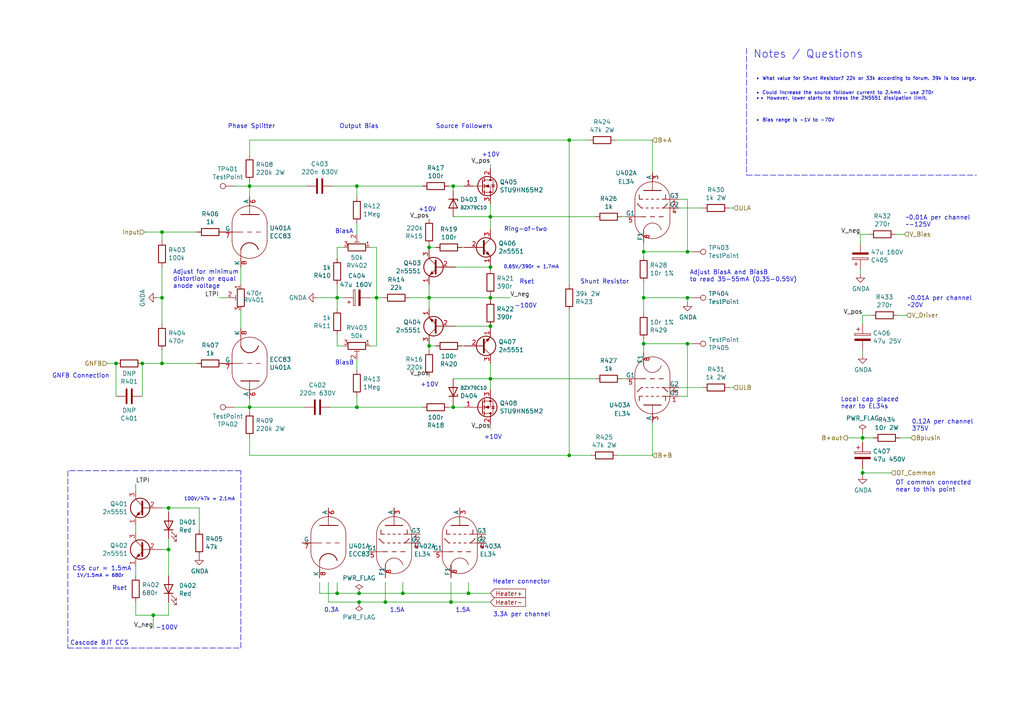
<source format=kicad_sch>
(kicad_sch (version 20211123) (generator eeschema)
  (paper "A4")
  (title_block (title "Baby Huey - \"Engineer's Version\" - Channel"))
  (lib_symbols
    (symbol "BabyHuey_TC:EL34" (pin_names (offset 0))
      (property "Reference" "U" (at 5.08 8.89 0))
      (property "Value" "EL34" (at 6.35 -7.62 0))
      (symbol "EL34_0_0"
        (pin no_connect line (at 7.62 -3.81 180) (length 2.54) hide (name "NC") (number "6"))
      )
      (symbol "EL34_0_1"
        (arc (start -5.08 -2.54) (mid 0 -7.62) (end 5.08 -2.54))
        (polyline (pts (xy -5.08 3.81) (xy -5.08 -2.54) (xy -5.08 -2.54)))
        (polyline (pts (xy 5.08 3.81) (xy 5.08 -2.54) (xy 5.08 -2.54)))
        (arc (start 5.08 3.81) (mid 0 8.89) (end -5.08 3.81))
      )
      (symbol "EL34_1_0"
        (polyline (pts (xy -2.54 -5.08) (xy -2.54 -7.62)))
      )
      (symbol "EL34_1_1"
        (polyline (pts (xy -5.08 -1.27) (xy -3.175 -1.27)))
        (polyline (pts (xy -4.445 2.54) (xy -3.175 1.27)) (stroke (width 0.2032)))
        (polyline (pts (xy -3.81 3.81) (xy -2.794 3.81)) (stroke (width 0.2032)))
        (polyline (pts (xy -3.81 5.08) (xy -3.81 3.81)) (stroke (width 0.2032)))
        (polyline (pts (xy -3.175 1.27) (xy -2.794 1.27)) (stroke (width 0.2032)))
        (polyline (pts (xy -1.905 -1.27) (xy -3.175 -1.27)) (stroke (width 0.2032)))
        (polyline (pts (xy -1.8542 1.27) (xy -1.2192 1.27)) (stroke (width 0.2032)))
        (polyline (pts (xy -1.8542 3.81) (xy -1.2192 3.81)) (stroke (width 0.2032)))
        (polyline (pts (xy -0.635 -1.27) (xy 0.635 -1.27)) (stroke (width 0.2032)))
        (polyline (pts (xy -0.3302 1.27) (xy 0.3302 1.27)) (stroke (width 0.2032)))
        (polyline (pts (xy -0.3302 3.81) (xy 0.3302 3.81)) (stroke (width 0.2032)))
        (polyline (pts (xy 0 6.35) (xy 0 8.89)))
        (polyline (pts (xy 1.2192 1.27) (xy 1.8542 1.27)) (stroke (width 0.2032)))
        (polyline (pts (xy 1.2192 3.81) (xy 1.8542 3.81)) (stroke (width 0.2032)))
        (polyline (pts (xy 1.905 -1.27) (xy 3.175 -1.27)) (stroke (width 0.2032)))
        (polyline (pts (xy 2.794 1.27) (xy 3.175 1.27)) (stroke (width 0.2032)))
        (polyline (pts (xy 3.175 1.27) (xy 5.08 1.27)))
        (polyline (pts (xy 3.81 3.81) (xy 2.794 3.81)) (stroke (width 0.2032)))
        (polyline (pts (xy 3.81 5.08) (xy 3.81 3.81)) (stroke (width 0.2032)))
        (polyline (pts (xy 3.8862 3.81) (xy 5.08 3.81)))
        (polyline (pts (xy 4.445 2.54) (xy 3.175 1.27)) (stroke (width 0.2032)))
        (polyline (pts (xy -2.54 6.35) (xy 2.54 6.35) (xy 2.54 6.35) (xy 2.54 6.35)) (stroke (width 0.254)))
        (arc (start 2.54 -5.08) (mid 0 -3.0968) (end -2.54 -5.08))
        (pin input line (at 7.62 3.81 180) (length 2.54) (name "G3") (number "1"))
        (pin output line (at 0 11.43 270) (length 2.54) (name "A") (number "3"))
        (pin input line (at 7.62 1.27 180) (length 2.54) (name "G2") (number "4"))
        (pin input line (at -7.62 -1.27 0) (length 2.54) (name "G1") (number "5"))
        (pin power_in line (at -2.54 -8.89 90) (length 3.81) (name "F1") (number "8"))
      )
      (symbol "EL34_2_1"
        (polyline (pts (xy -2.54 -6.35) (xy -2.54 -5.08) (xy -2.54 -5.08)))
        (polyline (pts (xy 2.54 -6.35) (xy 2.54 -5.08) (xy 2.54 -5.08)))
        (arc (start 2.54 -5.08) (mid 0 -4.0279) (end -2.54 -5.08))
        (pin power_in line (at -2.54 -10.16 90) (length 3.81) (name "F1") (number "2"))
        (pin power_in line (at 2.54 -10.16 90) (length 3.81) (name "F2") (number "7"))
      )
    )
    (symbol "Connector:TestPoint" (pin_numbers hide) (pin_names (offset 0.762) hide)
      (property "Reference" "TP" (at 0 6.858 0))
      (property "Value" "TestPoint" (at 0 5.08 0))
      (symbol "TestPoint_0_1"
        (circle (center 0 3.302) (radius 0.762))
      )
      (symbol "TestPoint_1_1"
        (pin passive line (at 0 0 90) (length 2.54) (name "1") (number "1"))
      )
    )
    (symbol "Device:C" (pin_numbers hide) (pin_names (offset 0.254))
      (property "Reference" "C" (at 0.635 2.54 0))
      (property "Value" "C" (at 0.635 -2.54 0))
      (symbol "C_0_1"
        (polyline (pts (xy -2.032 -0.762) (xy 2.032 -0.762)) (stroke (width 0.508)))
        (polyline (pts (xy -2.032 0.762) (xy 2.032 0.762)) (stroke (width 0.508)))
      )
      (symbol "C_1_1"
        (pin passive line (at 0 3.81 270) (length 2.794) (name "~") (number "1"))
        (pin passive line (at 0 -3.81 90) (length 2.794) (name "~") (number "2"))
      )
    )
    (symbol "Device:C_Polarized" (pin_numbers hide) (pin_names (offset 0.254))
      (property "Reference" "C" (at 0.635 2.54 0))
      (property "Value" "C_Polarized" (at 0.635 -2.54 0))
      (symbol "C_Polarized_0_1"
        (rectangle (start -2.286 0.508) (end 2.286 1.016))
        (polyline (pts (xy -1.778 2.286) (xy -0.762 2.286)))
        (polyline (pts (xy -1.27 2.794) (xy -1.27 1.778)))
        (rectangle (start 2.286 -0.508) (end -2.286 -1.016) (fill (type outline)))
      )
      (symbol "C_Polarized_1_1"
        (pin passive line (at 0 3.81 270) (length 2.794) (name "~") (number "1"))
        (pin passive line (at 0 -3.81 90) (length 2.794) (name "~") (number "2"))
      )
    )
    (symbol "Device:D_Zener" (pin_numbers hide) (pin_names (offset 1.016) hide)
      (property "Reference" "D" (at 0 2.54 0))
      (property "Value" "D_Zener" (at 0 -2.54 0))
      (symbol "D_Zener_0_1"
        (polyline (pts (xy 1.27 0) (xy -1.27 0)))
        (polyline (pts (xy -1.27 -1.27) (xy -1.27 1.27) (xy -0.762 1.27)) (stroke (width 0.254)))
        (polyline (pts (xy 1.27 -1.27) (xy 1.27 1.27) (xy -1.27 0) (xy 1.27 -1.27)) (stroke (width 0.254)))
      )
      (symbol "D_Zener_1_1"
        (pin passive line (at -3.81 0 0) (length 2.54) (name "K") (number "1"))
        (pin passive line (at 3.81 0 180) (length 2.54) (name "A") (number "2"))
      )
    )
    (symbol "Device:LED" (pin_numbers hide) (pin_names (offset 1.016) hide)
      (property "Reference" "D" (at 0 2.54 0))
      (property "Value" "LED" (at 0 -2.54 0))
      (symbol "LED_0_1"
        (polyline (pts (xy -1.27 -1.27) (xy -1.27 1.27)) (stroke (width 0.254)))
        (polyline (pts (xy -1.27 0) (xy 1.27 0)))
        (polyline (pts (xy 1.27 -1.27) (xy 1.27 1.27) (xy -1.27 0) (xy 1.27 -1.27)) (stroke (width 0.254)))
        (polyline (pts (xy -3.048 -0.762) (xy -4.572 -2.286) (xy -3.81 -2.286) (xy -4.572 -2.286) (xy -4.572 -1.524)))
        (polyline (pts (xy -1.778 -0.762) (xy -3.302 -2.286) (xy -2.54 -2.286) (xy -3.302 -2.286) (xy -3.302 -1.524)))
      )
      (symbol "LED_1_1"
        (pin passive line (at -3.81 0 0) (length 2.54) (name "K") (number "1"))
        (pin passive line (at 3.81 0 180) (length 2.54) (name "A") (number "2"))
      )
    )
    (symbol "Device:Q_NMOS_GDS" (pin_names (offset 0) hide)
      (property "Reference" "Q" (at 5.08 1.27 0))
      (property "Value" "Q_NMOS_GDS" (at 5.08 -1.27 0))
      (symbol "Q_NMOS_GDS_0_1"
        (polyline (pts (xy 0.254 0) (xy -2.54 0)))
        (polyline (pts (xy 0.254 1.905) (xy 0.254 -1.905)) (stroke (width 0.254)))
        (polyline (pts (xy 0.762 -1.27) (xy 0.762 -2.286)) (stroke (width 0.254)))
        (polyline (pts (xy 0.762 0.508) (xy 0.762 -0.508)) (stroke (width 0.254)))
        (polyline (pts (xy 0.762 2.286) (xy 0.762 1.27)) (stroke (width 0.254)))
        (polyline (pts (xy 2.54 2.54) (xy 2.54 1.778)))
        (polyline (pts (xy 2.54 -2.54) (xy 2.54 0) (xy 0.762 0)))
        (polyline (pts (xy 0.762 -1.778) (xy 3.302 -1.778) (xy 3.302 1.778) (xy 0.762 1.778)))
        (polyline (pts (xy 1.016 0) (xy 2.032 0.381) (xy 2.032 -0.381) (xy 1.016 0)) (fill (type outline)))
        (polyline (pts (xy 2.794 0.508) (xy 2.921 0.381) (xy 3.683 0.381) (xy 3.81 0.254)))
        (polyline (pts (xy 3.302 0.381) (xy 2.921 -0.254) (xy 3.683 -0.254) (xy 3.302 0.381)))
        (circle (center 1.651 0) (radius 2.794) (stroke (width 0.254)))
        (circle (center 2.54 -1.778) (radius 0.254) (fill (type outline)))
        (circle (center 2.54 1.778) (radius 0.254) (fill (type outline)))
      )
      (symbol "Q_NMOS_GDS_1_1"
        (pin input line (at -5.08 0 0) (length 2.54) (name "G") (number "1"))
        (pin passive line (at 2.54 5.08 270) (length 2.54) (name "D") (number "2"))
        (pin passive line (at 2.54 -5.08 90) (length 2.54) (name "S") (number "3"))
      )
    )
    (symbol "Device:Q_NPN_EBC" (pin_names (offset 0) hide)
      (property "Reference" "Q" (at 5.08 1.27 0))
      (property "Value" "Q_NPN_EBC" (at 5.08 -1.27 0))
      (symbol "Q_NPN_EBC_0_1"
        (polyline (pts (xy 0.635 0.635) (xy 2.54 2.54)))
        (polyline (pts (xy 0.635 -0.635) (xy 2.54 -2.54) (xy 2.54 -2.54)))
        (polyline (pts (xy 0.635 1.905) (xy 0.635 -1.905) (xy 0.635 -1.905)) (stroke (width 0.508)))
        (polyline (pts (xy 1.27 -1.778) (xy 1.778 -1.27) (xy 2.286 -2.286) (xy 1.27 -1.778) (xy 1.27 -1.778)) (fill (type outline)))
        (circle (center 1.27 0) (radius 2.8194) (stroke (width 0.254)))
      )
      (symbol "Q_NPN_EBC_1_1"
        (pin passive line (at 2.54 -5.08 90) (length 2.54) (name "E") (number "1"))
        (pin passive line (at -5.08 0 0) (length 5.715) (name "B") (number "2"))
        (pin passive line (at 2.54 5.08 270) (length 2.54) (name "C") (number "3"))
      )
    )
    (symbol "Device:R" (pin_numbers hide) (pin_names (offset 0))
      (property "Reference" "R" (at 2.032 0 90))
      (property "Value" "R" (at 0 0 90))
      (symbol "R_0_1"
        (rectangle (start -1.016 -2.54) (end 1.016 2.54) (stroke (width 0.254)))
      )
      (symbol "R_1_1"
        (pin passive line (at 0 3.81 270) (length 1.27) (name "~") (number "1"))
        (pin passive line (at 0 -3.81 90) (length 1.27) (name "~") (number "2"))
      )
    )
    (symbol "Device:R_Potentiometer_Trim" (pin_names (offset 1.016) hide)
      (property "Reference" "RV" (at -4.445 0 90))
      (property "Value" "R_Potentiometer_Trim" (at -2.54 0 90))
      (symbol "R_Potentiometer_Trim_0_1"
        (polyline (pts (xy 1.524 0.762) (xy 1.524 -0.762)))
        (polyline (pts (xy 2.54 0) (xy 1.524 0)))
        (rectangle (start 1.016 2.54) (end -1.016 -2.54) (stroke (width 0.254)))
      )
      (symbol "R_Potentiometer_Trim_1_1"
        (pin passive line (at 0 3.81 270) (length 1.27) (name "1") (number "1"))
        (pin passive line (at 3.81 0 180) (length 1.27) (name "2") (number "2"))
        (pin passive line (at 0 -3.81 90) (length 1.27) (name "3") (number "3"))
      )
    )
    (symbol "Valve:ECC83" (pin_names (offset 0))
      (property "Reference" "U" (at 3.302 7.874 0))
      (property "Value" "ECC83" (at 8.89 -7.62 0))
      (symbol "ECC83_0_1"
        (arc (start -5.08 -2.54) (mid 0 -7.62) (end 5.08 -2.54))
        (polyline (pts (xy 5.08 2.54) (xy 5.08 -2.54)))
        (polyline (pts (xy -5.08 2.54) (xy -5.08 -2.54) (xy -5.08 -2.54)))
        (arc (start 5.08 2.54) (mid 0 7.62) (end -5.08 2.54))
      )
      (symbol "ECC83_1_0"
        (polyline (pts (xy -2.54 -5.08) (xy -2.54 -7.62)))
        (polyline (pts (xy 0 5.08) (xy 0 7.62)))
      )
      (symbol "ECC83_1_1"
        (polyline (pts (xy -5.08 0) (xy -3.175 0)))
        (polyline (pts (xy -1.905 0) (xy -3.175 0)) (stroke (width 0.1524)))
        (polyline (pts (xy -0.635 0) (xy 0.635 0)) (stroke (width 0.1524)))
        (polyline (pts (xy 1.905 0) (xy 3.175 0)) (stroke (width 0.1524)))
        (polyline (pts (xy -2.54 5.08) (xy 2.794 5.08) (xy 2.794 5.08)) (stroke (width 0.254)))
        (arc (start 2.54 -5.08) (mid 0 -3.0968) (end -2.54 -5.08) (stroke (width 0.254)))
        (pin output line (at 0 10.16 270) (length 2.54) (name "A") (number "6"))
        (pin input line (at -7.62 0 0) (length 2.54) (name "G") (number "7"))
        (pin bidirectional line (at -2.54 -10.16 90) (length 2.54) (name "K") (number "8"))
      )
      (symbol "ECC83_2_0"
        (polyline (pts (xy -2.54 -5.08) (xy -2.54 -7.62)))
        (polyline (pts (xy 0 5.08) (xy 0 7.62)))
      )
      (symbol "ECC83_2_1"
        (polyline (pts (xy -5.08 0) (xy -3.175 0)))
        (polyline (pts (xy -1.905 0) (xy -3.175 0)) (stroke (width 0.1524)))
        (polyline (pts (xy -0.635 0) (xy 0.635 0)) (stroke (width 0.1524)))
        (polyline (pts (xy 1.905 0) (xy 3.175 0)) (stroke (width 0.1524)))
        (polyline (pts (xy -2.54 5.08) (xy 2.794 5.08) (xy 2.794 5.08)) (stroke (width 0.254)))
        (arc (start 2.54 -5.08) (mid 0 -3.0968) (end -2.54 -5.08) (stroke (width 0.254)))
        (pin output line (at 0 10.16 270) (length 2.54) (name "A") (number "1"))
        (pin input line (at -7.62 0 0) (length 2.54) (name "G") (number "2"))
        (pin bidirectional line (at -2.54 -10.16 90) (length 2.54) (name "K") (number "3"))
      )
      (symbol "ECC83_3_1"
        (arc (start 0 -6.35) (mid -1.27 -5.5651) (end -2.54 -6.35))
        (arc (start 2.54 -6.35) (mid 1.27 -5.5651) (end 0 -6.35))
        (pin power_in line (at -2.54 -11.43 90) (length 5.08) (name "F1") (number "4"))
        (pin power_in line (at 2.54 -11.43 90) (length 5.08) (name "F1") (number "5"))
        (pin power_in line (at 0 -11.43 90) (length 5.08) (name "F2") (number "9"))
      )
    )
    (symbol "power:GNDA" (power) (pin_names (offset 0))
      (property "Value" "GNDA" (at 0 -3.81 0))
      (symbol "GNDA_0_1"
        (polyline (pts (xy 0 0) (xy 0 -1.27) (xy 1.27 -1.27) (xy 0 -2.54) (xy -1.27 -1.27) (xy 0 -1.27)))
      )
      (symbol "GNDA_1_1"
        (pin power_in line (at 0 0 270) (length 0) hide (name "GNDA") (number "1"))
      )
    )
    (symbol "power:PWR_FLAG" (power) (pin_numbers hide) (pin_names (offset 0) hide)
      (property "Value" "PWR_FLAG" (at 0 3.81 0))
      (symbol "PWR_FLAG_0_0"
        (pin power_out line (at 0 0 90) (length 0) (name "pwr") (number "1"))
      )
      (symbol "PWR_FLAG_0_1"
        (polyline (pts (xy 0 0) (xy 0 1.27) (xy -1.016 1.905) (xy 0 2.54) (xy 1.016 1.905) (xy 0 1.27)))
      )
    )
  )
  (junction (at 199.39 99.695))
  (junction (at 124.46 100.33))
  (junction (at 165.1 132.08))
  (junction (at 250.19 127))
  (junction (at 250.19 137.16))
  (junction (at 142.24 109.855))
  (junction (at 41.275 105.41))
  (junction (at 165.1 40.64))
  (junction (at 199.39 86.36))
  (junction (at 104.14 172.085))
  (junction (at 131.445 53.975))
  (junction (at 48.895 159.385))
  (junction (at 103.505 53.975))
  (junction (at 46.99 67.31))
  (junction (at 103.505 118.11))
  (junction (at 111.76 174.625))
  (junction (at 33.655 105.41))
  (junction (at 44.45 178.435))
  (junction (at 46.99 105.41))
  (junction (at 109.22 86.36))
  (junction (at 116.84 172.085))
  (junction (at 199.39 73.025))
  (junction (at 135.89 172.085))
  (junction (at 72.39 118.11))
  (junction (at 104.14 174.625))
  (junction (at 142.24 86.36))
  (junction (at 124.46 71.755))
  (junction (at 186.69 99.695))
  (junction (at 97.79 86.36))
  (junction (at 124.46 86.36))
  (junction (at 142.24 94.615))
  (junction (at 186.69 86.36))
  (junction (at 97.79 172.085))
  (junction (at 142.24 77.47))
  (junction (at 72.39 53.975))
  (junction (at 130.81 174.625))
  (junction (at 131.445 118.11))
  (junction (at 48.895 147.32))
  (junction (at 46.99 86.36))
  (junction (at 186.69 73.025))
  (junction (at 142.24 62.865))
  (wire (pts (xy 212.725 60.325) (xy 211.455 60.325)))
  (wire (pts (xy 103.505 114.935) (xy 103.505 118.11)))
  (wire (pts (xy 131.445 53.975) (xy 131.445 55.245)))
  (wire (pts (xy 130.175 53.975) (xy 131.445 53.975)))
  (wire (pts (xy 109.22 71.755) (xy 109.22 86.36)))
  (wire (pts (xy 72.39 57.15) (xy 72.39 53.975)))
  (wire (pts (xy 46.99 86.36) (xy 46.99 93.98)))
  (wire (pts (xy 250.19 128.27) (xy 250.19 127)))
  (wire (pts (xy 186.69 81.915) (xy 186.69 86.36)))
  (wire (pts (xy 200.66 86.36) (xy 199.39 86.36)))
  (wire (pts (xy 132.08 77.47) (xy 142.24 77.47)))
  (wire (pts (xy 124.46 100.33) (xy 124.46 99.695)))
  (wire (pts (xy 165.1 82.55) (xy 165.1 40.64)))
  (wire (pts (xy 111.76 174.625) (xy 111.76 168.91)))
  (wire (pts (xy 142.24 174.625) (xy 130.81 174.625)))
  (wire (pts (xy 200.66 99.695) (xy 199.39 99.695)))
  (wire (pts (xy 249.555 70.485) (xy 249.555 67.945)))
  (wire (pts (xy 109.22 86.36) (xy 109.22 100.33)))
  (wire (pts (xy 97.79 172.085) (xy 97.79 168.91)))
  (wire (pts (xy 72.39 119.38) (xy 72.39 118.11)))
  (polyline (pts (xy 69.85 187.96) (xy 69.85 136.525)))
  (wire (pts (xy 46.99 67.31) (xy 46.99 69.85)))
  (wire (pts (xy 142.24 62.865) (xy 142.24 66.675)))
  (wire (pts (xy 122.555 53.975) (xy 103.505 53.975)))
  (wire (pts (xy 97.79 172.085) (xy 92.71 172.085)))
  (wire (pts (xy 250.19 93.98) (xy 250.19 91.44)))
  (wire (pts (xy 249.555 79.375) (xy 249.555 78.105)))
  (wire (pts (xy 48.895 156.21) (xy 48.895 159.385)))
  (wire (pts (xy 196.85 60.325) (xy 203.835 60.325)))
  (wire (pts (xy 264.16 127) (xy 260.985 127)))
  (wire (pts (xy 142.24 95.25) (xy 142.24 94.615)))
  (wire (pts (xy 186.69 86.36) (xy 199.39 86.36)))
  (polyline (pts (xy 19.685 136.525) (xy 19.685 187.96)))
  (wire (pts (xy 103.505 57.15) (xy 103.505 53.975)))
  (wire (pts (xy 92.71 172.085) (xy 92.71 168.91)))
  (wire (pts (xy 199.39 57.785) (xy 199.39 73.025)))
  (wire (pts (xy 186.69 70.485) (xy 186.69 73.025)))
  (wire (pts (xy 72.39 132.08) (xy 72.39 127)))
  (polyline (pts (xy 216.535 13.97) (xy 216.535 50.8)))
  (wire (pts (xy 103.505 53.975) (xy 96.52 53.975)))
  (wire (pts (xy 46.99 77.47) (xy 46.99 86.36)))
  (wire (pts (xy 172.72 62.865) (xy 142.24 62.865)))
  (wire (pts (xy 72.39 118.11) (xy 67.945 118.11)))
  (wire (pts (xy 180.34 62.865) (xy 181.61 62.865)))
  (wire (pts (xy 250.19 127) (xy 245.745 127)))
  (wire (pts (xy 103.505 107.315) (xy 103.505 104.14)))
  (wire (pts (xy 124.46 86.36) (xy 142.24 86.36)))
  (wire (pts (xy 67.945 53.975) (xy 72.39 53.975)))
  (wire (pts (xy 48.895 147.32) (xy 57.785 147.32)))
  (wire (pts (xy 39.37 174.625) (xy 39.37 178.435)))
  (wire (pts (xy 131.445 118.11) (xy 134.62 118.11)))
  (wire (pts (xy 142.24 59.055) (xy 142.24 62.865)))
  (polyline (pts (xy 19.685 187.96) (xy 69.85 187.96)))
  (wire (pts (xy 130.81 174.625) (xy 111.76 174.625)))
  (wire (pts (xy 130.81 174.625) (xy 130.81 168.91)))
  (wire (pts (xy 39.37 140.335) (xy 39.37 142.24)))
  (wire (pts (xy 95.25 174.625) (xy 104.14 174.625)))
  (wire (pts (xy 124.46 71.12) (xy 124.46 71.755)))
  (wire (pts (xy 124.46 86.36) (xy 118.745 86.36)))
  (wire (pts (xy 131.445 109.855) (xy 142.24 109.855)))
  (wire (pts (xy 142.24 76.835) (xy 142.24 77.47)))
  (wire (pts (xy 126.365 71.755) (xy 124.46 71.755)))
  (wire (pts (xy 104.14 172.085) (xy 97.79 172.085)))
  (wire (pts (xy 41.275 105.41) (xy 46.99 105.41)))
  (wire (pts (xy 48.895 147.32) (xy 48.895 148.59)))
  (wire (pts (xy 186.69 74.295) (xy 186.69 73.025)))
  (wire (pts (xy 57.785 147.32) (xy 57.785 153.67)))
  (wire (pts (xy 66.04 86.36) (xy 63.5 86.36)))
  (wire (pts (xy 196.85 114.935) (xy 199.39 114.935)))
  (wire (pts (xy 44.45 182.245) (xy 44.45 178.435)))
  (wire (pts (xy 165.1 132.08) (xy 171.45 132.08)))
  (wire (pts (xy 142.24 47.625) (xy 142.24 48.895)))
  (wire (pts (xy 134.62 53.975) (xy 131.445 53.975)))
  (wire (pts (xy 133.985 100.33) (xy 134.62 100.33)))
  (wire (pts (xy 250.19 127) (xy 250.19 125.73)))
  (wire (pts (xy 199.39 87.63) (xy 199.39 86.36)))
  (wire (pts (xy 260.35 91.44) (xy 262.89 91.44)))
  (wire (pts (xy 199.39 99.695) (xy 186.69 99.695)))
  (wire (pts (xy 69.85 90.17) (xy 69.85 95.25)))
  (wire (pts (xy 130.175 118.11) (xy 131.445 118.11)))
  (wire (pts (xy 165.1 132.08) (xy 72.39 132.08)))
  (wire (pts (xy 135.89 172.085) (xy 116.84 172.085)))
  (wire (pts (xy 46.99 105.41) (xy 46.99 101.6)))
  (wire (pts (xy 116.84 172.085) (xy 116.84 168.91)))
  (wire (pts (xy 116.84 172.085) (xy 104.14 172.085)))
  (wire (pts (xy 131.445 117.475) (xy 131.445 118.11)))
  (wire (pts (xy 186.69 98.425) (xy 186.69 99.695)))
  (wire (pts (xy 186.69 99.695) (xy 186.69 102.235)))
  (wire (pts (xy 45.72 86.36) (xy 46.99 86.36)))
  (wire (pts (xy 259.715 67.945) (xy 262.255 67.945)))
  (wire (pts (xy 95.885 118.11) (xy 103.505 118.11)))
  (wire (pts (xy 250.19 91.44) (xy 252.73 91.44)))
  (wire (pts (xy 142.24 86.995) (xy 142.24 86.36)))
  (wire (pts (xy 95.25 168.91) (xy 95.25 174.625)))
  (wire (pts (xy 97.79 97.155) (xy 97.79 100.33)))
  (wire (pts (xy 33.655 105.41) (xy 33.655 114.935)))
  (wire (pts (xy 39.37 152.4) (xy 39.37 154.305)))
  (wire (pts (xy 69.85 77.47) (xy 69.85 82.55)))
  (wire (pts (xy 133.985 71.755) (xy 134.62 71.755)))
  (wire (pts (xy 142.24 123.19) (xy 142.24 124.46)))
  (wire (pts (xy 97.79 82.55) (xy 97.79 86.36)))
  (wire (pts (xy 109.22 100.33) (xy 107.315 100.33)))
  (wire (pts (xy 199.39 73.025) (xy 200.66 73.025)))
  (polyline (pts (xy 216.535 50.8) (xy 283.21 50.8)))
  (wire (pts (xy 211.455 112.395) (xy 212.725 112.395)))
  (wire (pts (xy 250.19 102.87) (xy 250.19 101.6)))
  (wire (pts (xy 72.39 53.975) (xy 72.39 52.705)))
  (wire (pts (xy 199.39 114.935) (xy 199.39 99.695)))
  (wire (pts (xy 126.365 100.33) (xy 124.46 100.33)))
  (wire (pts (xy 46.99 105.41) (xy 57.15 105.41)))
  (wire (pts (xy 165.1 40.64) (xy 72.39 40.64)))
  (wire (pts (xy 142.24 86.36) (xy 147.955 86.36)))
  (wire (pts (xy 48.895 174.625) (xy 48.895 178.435)))
  (wire (pts (xy 99.695 71.755) (xy 97.79 71.755)))
  (wire (pts (xy 97.79 100.33) (xy 99.695 100.33)))
  (wire (pts (xy 170.815 40.64) (xy 165.1 40.64)))
  (wire (pts (xy 72.39 53.975) (xy 88.9 53.975)))
  (wire (pts (xy 99.695 86.36) (xy 97.79 86.36)))
  (wire (pts (xy 142.24 172.085) (xy 135.89 172.085)))
  (wire (pts (xy 124.46 101.6) (xy 124.46 100.33)))
  (wire (pts (xy 48.895 167.005) (xy 48.895 159.385)))
  (wire (pts (xy 131.445 62.865) (xy 142.24 62.865)))
  (wire (pts (xy 103.505 64.77) (xy 103.505 67.945)))
  (wire (pts (xy 109.22 86.36) (xy 107.315 86.36)))
  (wire (pts (xy 39.37 164.465) (xy 39.37 167.005)))
  (wire (pts (xy 250.19 137.16) (xy 250.19 137.795)))
  (wire (pts (xy 46.99 147.32) (xy 48.895 147.32)))
  (wire (pts (xy 142.24 85.725) (xy 142.24 86.36)))
  (wire (pts (xy 142.24 113.03) (xy 142.24 109.855)))
  (wire (pts (xy 57.15 67.31) (xy 46.99 67.31)))
  (wire (pts (xy 250.19 137.16) (xy 258.445 137.16)))
  (wire (pts (xy 186.69 73.025) (xy 199.39 73.025)))
  (wire (pts (xy 48.895 159.385) (xy 46.99 159.385)))
  (wire (pts (xy 196.85 57.785) (xy 199.39 57.785)))
  (wire (pts (xy 180.34 109.855) (xy 181.61 109.855)))
  (wire (pts (xy 186.69 86.36) (xy 186.69 90.805)))
  (wire (pts (xy 103.505 118.11) (xy 122.555 118.11)))
  (wire (pts (xy 88.265 118.11) (xy 72.39 118.11)))
  (wire (pts (xy 178.435 40.64) (xy 189.23 40.64)))
  (wire (pts (xy 142.24 77.47) (xy 142.24 78.105)))
  (wire (pts (xy 72.39 40.64) (xy 72.39 45.085)))
  (wire (pts (xy 124.46 89.535) (xy 124.46 86.36)))
  (wire (pts (xy 72.39 118.11) (xy 72.39 115.57)))
  (wire (pts (xy 39.37 178.435) (xy 44.45 178.435)))
  (wire (pts (xy 97.79 86.36) (xy 92.075 86.36)))
  (polyline (pts (xy 69.85 136.525) (xy 19.685 136.525)))
  (wire (pts (xy 41.91 67.31) (xy 46.99 67.31)))
  (wire (pts (xy 142.24 105.41) (xy 142.24 109.855)))
  (wire (pts (xy 44.45 178.435) (xy 48.895 178.435)))
  (wire (pts (xy 249.555 67.945) (xy 252.095 67.945)))
  (wire (pts (xy 250.19 135.89) (xy 250.19 137.16)))
  (wire (pts (xy 165.1 90.17) (xy 165.1 132.08)))
  (wire (pts (xy 97.79 71.755) (xy 97.79 74.93)))
  (wire (pts (xy 41.275 114.935) (xy 41.275 105.41)))
  (wire (pts (xy 104.14 174.625) (xy 111.76 174.625)))
  (wire (pts (xy 97.79 86.36) (xy 97.79 89.535)))
  (wire (pts (xy 111.125 86.36) (xy 109.22 86.36)))
  (wire (pts (xy 189.23 50.165) (xy 189.23 40.64)))
  (wire (pts (xy 124.46 71.755) (xy 124.46 72.39)))
  (wire (pts (xy 132.08 94.615) (xy 142.24 94.615)))
  (wire (pts (xy 189.23 122.555) (xy 189.23 132.08)))
  (wire (pts (xy 124.46 82.55) (xy 124.46 86.36)))
  (wire (pts (xy 196.85 112.395) (xy 203.835 112.395)))
  (wire (pts (xy 250.19 127) (xy 253.365 127)))
  (wire (pts (xy 179.07 132.08) (xy 189.23 132.08)))
  (wire (pts (xy 135.89 172.085) (xy 135.89 168.91)))
  (wire (pts (xy 107.315 71.755) (xy 109.22 71.755)))
  (wire (pts (xy 172.72 109.855) (xy 142.24 109.855)))
  (wire (pts (xy 31.115 105.41) (xy 33.655 105.41)))
  (text "Local cap placed\nnear to EL34s" (at 243.84 118.745 0) (effects (font (size 1.27 1.27)) (justify left bottom)))
  (text "Source Followers" (at 126.365 37.465 0) (effects (font (size 1.27 1.27)) (justify left bottom)))
  (text "1.5A" (at 113.03 177.8 0) (effects (font (size 1.27 1.27)) (justify left bottom)))
  (text "1V/1.5mA = 680r" (at 22.225 167.64 0) (effects (font (size 0.9906 0.9906)) (justify left bottom)))
  (text "OT common connected\nnear to this point" (at 259.715 142.875 0) (effects (font (size 1.27 1.27)) (justify left bottom)))
  (text "Output Bias" (at 98.425 37.465 0) (effects (font (size 1.27 1.27)) (justify left bottom)))
  (text "• Could increase the source follower current to 2.4mA - use 270r\n•• However, lower starts to stress the 2N5551 dissipation limit." (at 219.075 29.21 0) (effects (font (size 0.9906 0.9906)) (justify left bottom)))
  (text "BiasA" (at 97.155 67.945 0) (effects (font (size 1.27 1.27)) (justify left bottom)))
  (text "Phase Splitter" (at 66.04 37.465 0) (effects (font (size 1.27 1.27)) (justify left bottom)))
  (text "Cascode BJT CCS" (at 20.32 187.325 0) (effects (font (size 1.27 1.27)) (justify left bottom)))
  (text "BiasB" (at 97.155 106.045 0) (effects (font (size 1.27 1.27)) (justify left bottom)))
  (text "0.3A" (at 93.98 177.8 0) (effects (font (size 1.27 1.27)) (justify left bottom)))
  (text "• What value for Shunt Resistor? 22k or 33k according to forum. 39k is too large." (at 219.075 23.495 0) (effects (font (size 0.9906 0.9906)) (justify left bottom)))
  (text "-100V" (at 149.225 89.535 0) (effects (font (size 1.27 1.27)) (justify left bottom)))
  (text "+10V" (at 121.92 112.395 0) (effects (font (size 1.27 1.27)) (justify left bottom)))
  (text "~0.01A per channel\n~-125V" (at 262.636 66.04 0) (effects (font (size 1.27 1.27)) (justify left bottom)))
  (text "Adjust for minimum\ndistortion or equal\nanode voltage" (at 50.165 83.82 0) (effects (font (size 1.27 1.27)) (justify left bottom)))
  (text "0.12A per channel\n375V" (at 264.414 125.222 0) (effects (font (size 1.27 1.27)) (justify left bottom)))
  (text "GNFB Connection" (at 31.75 109.855 180) (effects (font (size 1.27 1.27)) (justify right bottom)))
  (text "1.5A" (at 132.08 177.8 0) (effects (font (size 1.27 1.27)) (justify left bottom)))
  (text "100V/47k = 2.1mA" (at 53.34 145.415 0) (effects (font (size 0.9906 0.9906)) (justify left bottom)))
  (text "3.3A per channel" (at 143.002 179.07 0) (effects (font (size 1.27 1.27)) (justify left bottom)))
  (text "CSS cur = 1.5mA" (at 20.955 165.735 0) (effects (font (size 1.27 1.27)) (justify left bottom)))
  (text "Notes / Questions" (at 218.44 17.145 0) (effects (font (size 2.2606 2.2606)) (justify left bottom)))
  (text "Adjust BiasA and BiasB\nto read 35-55mA (0.35-0.55V)" (at 200.025 81.915 0) (effects (font (size 1.27 1.27)) (justify left bottom)))
  (text "• Bias range is -1V to -70V" (at 219.075 35.56 0) (effects (font (size 0.9906 0.9906)) (justify left bottom)))
  (text "0.65V/390r = 1.7mA" (at 146.05 78.105 0) (effects (font (size 0.9906 0.9906)) (justify left bottom)))
  (text "Rset" (at 36.83 171.45 180) (effects (font (size 1.27 1.27)) (justify right bottom)))
  (text "-100V" (at 45.085 182.88 0) (effects (font (size 1.27 1.27)) (justify left bottom)))
  (text "~0.01A per channel\n~20V" (at 263.144 89.408 0) (effects (font (size 1.27 1.27)) (justify left bottom)))
  (text "+10V" (at 139.7 45.72 0) (effects (font (size 1.27 1.27)) (justify left bottom)))
  (text "Shunt Resistor" (at 168.275 82.55 0) (effects (font (size 1.27 1.27)) (justify left bottom)))
  (text "+10V" (at 121.285 61.595 0) (effects (font (size 1.27 1.27)) (justify left bottom)))
  (text "+10V" (at 140.335 127.635 0) (effects (font (size 1.27 1.27)) (justify left bottom)))
  (text "Rset" (at 154.94 82.55 180) (effects (font (size 1.27 1.27)) (justify right bottom)))
  (text "Ring-of-two" (at 158.75 67.31 180) (effects (font (size 1.27 1.27)) (justify right bottom)))
  (text "Heater connector" (at 142.875 169.545 0) (effects (font (size 1.27 1.27)) (justify left bottom)))
  (label "V_neg" (at 44.45 182.245 180))
  (label "V_pos" (at 142.24 124.46 180))
  (label "V_pos" (at 124.46 109.22 180))
  (label "V_pos" (at 250.19 91.44 180))
  (label "V_pos" (at 142.24 47.625 180))
  (label "LTPI" (at 39.37 140.335 0))
  (label "V_neg" (at 147.955 86.36 0))
  (label "V_pos" (at 124.46 63.5 180))
  (label "V_neg" (at 249.555 67.945 180))
  (label "LTPI" (at 63.5 86.36 180))
  (global_label "Heater+" (shape input) (at 142.24 172.085 0) (property "Intersheet References" "${INTERSHEET_REFS}" (effects hide)))
  (global_label "Heater-" (shape input) (at 142.24 174.625 0) (property "Intersheet References" "${INTERSHEET_REFS}" (effects hide)))
  (hierarchical_label "GNFB" (shape input) (at 31.115 105.41 180))
  (hierarchical_label "B+A" (shape input) (at 189.23 40.64 0))
  (hierarchical_label "OT_Common" (shape input) (at 258.445 137.16 0))
  (hierarchical_label "V_Bias" (shape input) (at 262.255 67.945 0))
  (hierarchical_label "ULB" (shape input) (at 212.725 112.395 0))
  (hierarchical_label "Input" (shape input) (at 41.91 67.31 180))
  (hierarchical_label "V_Driver" (shape input) (at 262.89 91.44 0))
  (hierarchical_label "B+B" (shape input) (at 189.23 132.08 0))
  (hierarchical_label "Bplusin" (shape input) (at 264.16 127 0))
  (hierarchical_label "ULA" (shape input) (at 212.725 60.325 0))
  (hierarchical_label "B+out" (shape output) (at 245.745 127 180))
  (symbol (lib_id "BabyHuey_TC:EL34") (at 189.23 61.595 0)
    (property "Reference" "U402" (at 181.61 50.165 0))
    (property "Value" "EL34" (at 181.61 52.705 0))
    (property "Footprint" "TristanValves:Octal" (effects hide))
    (property "Datasheet" "http://www.r-type.org/pdfs/el34.pdf" (effects hide))
  )
  (symbol (lib_id "BabyHuey_TC:EL34") (at 114.3 158.75 0)
    (property "Reference" "U402" (at 120.0912 158.4198 0) (effects (justify left)))
    (property "Value" "EL34" (at 120.0912 160.7312 0) (effects (justify left)))
    (property "Footprint" "TristanValves:Octal" (effects hide))
    (property "Datasheet" "http://www.r-type.org/pdfs/el34.pdf" (effects hide))
  )
  (symbol (lib_id "BabyHuey_TC:EL34") (at 133.35 158.75 0)
    (property "Reference" "U403" (at 139.1412 158.4198 0) (effects (justify left)))
    (property "Value" "EL34" (at 139.1412 160.7312 0) (effects (justify left)))
    (property "Footprint" "TristanValves:Octal" (effects hide))
    (property "Datasheet" "http://www.r-type.org/pdfs/el34.pdf" (effects hide))
  )
  (symbol (lib_id "BabyHuey_TC:EL34") (at 189.23 111.125 0) (mirror x)
    (property "Reference" "U403" (at 182.88 117.475 0) (effects (justify right)))
    (property "Value" "EL34" (at 182.88 120.015 0) (effects (justify right)))
    (property "Footprint" "TristanValves:Octal" (effects hide))
    (property "Datasheet" "http://www.r-type.org/pdfs/el34.pdf" (effects hide))
  )
  (symbol (lib_id "Device:R") (at 60.96 67.31 270)
    (property "Reference" "R406" (at 60.96 62.0522 90))
    (property "Value" "1k" (at 60.96 64.3636 90))
    (property "Footprint" "Resistor_THT:R_Axial_DIN0207_L6.3mm_D2.5mm_P10.16mm_Horizontal" (effects hide))
  )
  (symbol (lib_id "Device:R") (at 46.99 73.66 180)
    (property "Reference" "R403" (at 48.768 72.4916 0) (effects (justify right)))
    (property "Value" "100k" (at 48.768 74.803 0) (effects (justify right)))
    (property "Footprint" "Resistor_THT:R_Axial_DIN0207_L6.3mm_D2.5mm_P10.16mm_Horizontal" (effects hide))
  )
  (symbol (lib_id "Device:R") (at 60.96 105.41 270)
    (property "Reference" "R407" (at 60.96 100.1522 90))
    (property "Value" "1k" (at 60.96 102.4636 90))
    (property "Footprint" "Resistor_THT:R_Axial_DIN0207_L6.3mm_D2.5mm_P10.16mm_Horizontal" (effects hide))
  )
  (symbol (lib_id "Device:R") (at 46.99 97.79 180)
    (property "Reference" "R404" (at 48.768 96.6216 0) (effects (justify right)))
    (property "Value" "470r" (at 48.768 98.933 0) (effects (justify right)))
    (property "Footprint" "Resistor_THT:R_Axial_DIN0207_L6.3mm_D2.5mm_P10.16mm_Horizontal" (effects hide))
  )
  (symbol (lib_id "Device:Q_NPN_EBC") (at 41.91 147.32 0) (mirror y)
    (property "Reference" "Q401" (at 37.084 146.1516 0) (effects (justify left)))
    (property "Value" "2n5551" (at 37.084 148.463 0) (effects (justify left)))
    (property "Footprint" "Package_TO_SOT_THT:TO-92_HandSolder" (effects hide))
  )
  (symbol (lib_id "Device:Q_NPN_EBC") (at 41.91 159.385 0) (mirror y)
    (property "Reference" "Q402" (at 37.084 158.2166 0) (effects (justify left)))
    (property "Value" "2n5551" (at 37.084 160.528 0) (effects (justify left)))
    (property "Footprint" "Package_TO_SOT_THT:TO-92_HandSolder" (effects hide))
  )
  (symbol (lib_id "Device:R") (at 57.785 157.48 0)
    (property "Reference" "R405" (at 59.563 156.3116 0) (effects (justify left)))
    (property "Value" "47k" (at 59.563 158.623 0) (effects (justify left)))
    (property "Footprint" "Resistor_THT:R_Axial_DIN0207_L6.3mm_D2.5mm_P10.16mm_Horizontal" (effects hide))
  )
  (symbol (lib_id "Device:LED") (at 48.895 170.815 90)
    (property "Reference" "D402" (at 51.8668 169.8498 90) (effects (justify right)))
    (property "Value" "Red" (at 51.8668 172.1612 90) (effects (justify right)))
    (property "Footprint" "LED_THT:LED_D3.0mm" (effects hide))
  )
  (symbol (lib_id "Device:R") (at 72.39 123.19 180)
    (property "Reference" "R409" (at 74.168 122.0216 0) (effects (justify right)))
    (property "Value" "220k 2W" (at 74.168 124.333 0) (effects (justify right)))
    (property "Footprint" "Resistor_THT:R_Axial_DIN0414_L11.9mm_D4.5mm_P15.24mm_Horizontal" (effects hide))
  )
  (symbol (lib_id "Device:R") (at 72.39 48.895 180)
    (property "Reference" "R408" (at 74.168 47.7266 0) (effects (justify right)))
    (property "Value" "220k 2W" (at 74.168 50.038 0) (effects (justify right)))
    (property "Footprint" "Resistor_THT:R_Axial_DIN0414_L11.9mm_D4.5mm_P15.24mm_Horizontal" (effects hide))
  )
  (symbol (lib_id "Device:C") (at 92.71 53.975 270)
    (property "Reference" "C403" (at 92.71 47.5742 90))
    (property "Value" "220n 630V" (at 92.71 49.8856 90))
    (property "Footprint" "Capacitor_THT:C_Rect_L26.5mm_W8.5mm_P22.50mm_MKS4" (effects hide))
  )
  (symbol (lib_id "Device:C") (at 92.075 118.11 270)
    (property "Reference" "C402" (at 92.075 111.7092 90))
    (property "Value" "220n 630V" (at 92.075 114.0206 90))
    (property "Footprint" "Capacitor_THT:C_Rect_L26.5mm_W8.5mm_P22.50mm_MKS4" (effects hide))
  )
  (symbol (lib_id "Device:R") (at 126.365 53.975 90)
    (property "Reference" "R417" (at 126.365 48.7172 90))
    (property "Value" "100r" (at 126.365 51.0286 90))
    (property "Footprint" "Resistor_THT:R_Axial_DIN0207_L6.3mm_D2.5mm_P10.16mm_Horizontal" (effects hide))
  )
  (symbol (lib_id "Device:R") (at 103.505 111.125 0)
    (property "Reference" "R413" (at 105.283 109.9566 0) (effects (justify left)))
    (property "Value" "1Meg" (at 105.283 112.268 0) (effects (justify left)))
    (property "Footprint" "Resistor_THT:R_Axial_DIN0207_L6.3mm_D2.5mm_P10.16mm_Horizontal" (effects hide))
  )
  (symbol (lib_id "Device:R") (at 126.365 118.11 90)
    (property "Reference" "R418" (at 126.365 123.3678 90))
    (property "Value" "100r" (at 126.365 121.0564 90))
    (property "Footprint" "Resistor_THT:R_Axial_DIN0207_L6.3mm_D2.5mm_P10.16mm_Horizontal" (effects hide))
  )
  (symbol (lib_id "Device:R") (at 103.505 60.96 0)
    (property "Reference" "R412" (at 105.283 59.7916 0) (effects (justify left)))
    (property "Value" "1Meg" (at 105.283 62.103 0) (effects (justify left)))
    (property "Footprint" "Resistor_THT:R_Axial_DIN0207_L6.3mm_D2.5mm_P10.16mm_Horizontal" (effects hide))
  )
  (symbol (lib_id "Device:R_Potentiometer_Trim") (at 103.505 71.755 270) (mirror x)
    (property "Reference" "RV402" (at 103.505 77.0128 90))
    (property "Value" "50k" (at 103.505 74.7014 90))
    (property "Footprint" "Potentiometer_THT:Potentiometer_Bourns_3339P_Vertical" (effects hide))
  )
  (symbol (lib_id "Device:Q_NMOS_GDS") (at 139.7 53.975 0)
    (property "Reference" "Q405" (at 144.907 52.8066 0) (effects (justify left)))
    (property "Value" "STU9HN65M2" (at 144.907 55.118 0) (effects (justify left)))
    (property "Footprint" "Package_TO_SOT_THT:TO-251-3_Vertical" (effects hide))
  )
  (symbol (lib_id "Device:Q_NPN_EBC") (at 127 77.47 0) (mirror y)
    (property "Reference" "Q403" (at 122.174 76.3016 0) (effects (justify left)))
    (property "Value" "2n5551" (at 122.174 78.613 0) (effects (justify left)))
    (property "Footprint" "Package_TO_SOT_THT:TO-92_HandSolder" (effects hide))
  )
  (symbol (lib_id "Device:Q_NPN_EBC") (at 139.7 71.755 0)
    (property "Reference" "Q406" (at 144.5514 70.5866 0) (effects (justify left)))
    (property "Value" "2n5551" (at 144.5514 72.898 0) (effects (justify left)))
    (property "Footprint" "Package_TO_SOT_THT:TO-92_HandSolder" (effects hide))
  )
  (symbol (lib_id "Device:R") (at 130.175 71.755 90)
    (property "Reference" "R419" (at 130.175 66.4972 90))
    (property "Value" "100r" (at 130.175 68.8086 90))
    (property "Footprint" "Resistor_THT:R_Axial_DIN0207_L6.3mm_D2.5mm_P10.16mm_Horizontal" (effects hide))
  )
  (symbol (lib_id "Device:R") (at 124.46 67.31 180)
    (property "Reference" "R415" (at 122.682 68.4784 0) (effects (justify left)))
    (property "Value" "220k" (at 122.682 66.167 0) (effects (justify left)))
    (property "Footprint" "Resistor_THT:R_Axial_DIN0207_L6.3mm_D2.5mm_P10.16mm_Horizontal" (effects hide))
  )
  (symbol (lib_id "Device:R") (at 142.24 81.915 0)
    (property "Reference" "R421" (at 144.018 80.7466 0) (effects (justify left)))
    (property "Value" "390r" (at 144.018 83.058 0) (effects (justify left)))
    (property "Footprint" "Resistor_THT:R_Axial_DIN0207_L6.3mm_D2.5mm_P10.16mm_Horizontal" (effects hide))
  )
  (symbol (lib_id "Device:Q_NPN_EBC") (at 127 94.615 180)
    (property "Reference" "Q404" (at 122.174 93.4466 0) (effects (justify left)))
    (property "Value" "2n5551" (at 122.174 95.758 0) (effects (justify left)))
    (property "Footprint" "Package_TO_SOT_THT:TO-92_HandSolder" (effects hide))
  )
  (symbol (lib_id "Device:Q_NPN_EBC") (at 139.7 100.33 0) (mirror x)
    (property "Reference" "Q407" (at 144.5514 99.1616 0) (effects (justify left)))
    (property "Value" "2n5551" (at 144.5514 101.473 0) (effects (justify left)))
    (property "Footprint" "Package_TO_SOT_THT:TO-92_HandSolder" (effects hide))
  )
  (symbol (lib_id "Device:R") (at 130.175 100.33 270) (mirror x)
    (property "Reference" "R420" (at 130.175 105.5878 90))
    (property "Value" "100r" (at 130.175 103.2764 90))
    (property "Footprint" "Resistor_THT:R_Axial_DIN0207_L6.3mm_D2.5mm_P10.16mm_Horizontal" (effects hide))
  )
  (symbol (lib_id "Device:R") (at 124.46 105.41 0) (mirror x)
    (property "Reference" "R416" (at 122.7074 104.2416 0) (effects (justify right)))
    (property "Value" "220k" (at 122.7074 106.553 0) (effects (justify right)))
    (property "Footprint" "Resistor_THT:R_Axial_DIN0207_L6.3mm_D2.5mm_P10.16mm_Horizontal" (effects hide))
  )
  (symbol (lib_id "Device:R") (at 176.53 109.855 90) (mirror x)
    (property "Reference" "R427" (at 176.53 104.5972 90))
    (property "Value" "1k" (at 176.53 106.9086 90))
    (property "Footprint" "Resistor_THT:R_Axial_DIN0207_L6.3mm_D2.5mm_P10.16mm_Horizontal" (effects hide))
  )
  (symbol (lib_id "Device:R") (at 176.53 62.865 90)
    (property "Reference" "R426" (at 176.53 57.6072 90))
    (property "Value" "1k" (at 176.53 59.9186 90))
    (property "Footprint" "Resistor_THT:R_Axial_DIN0207_L6.3mm_D2.5mm_P10.16mm_Horizontal" (effects hide))
  )
  (symbol (lib_id "Device:R") (at 207.645 112.395 90) (mirror x)
    (property "Reference" "R431" (at 207.645 107.1372 90))
    (property "Value" "1k 2W" (at 207.645 109.4486 90))
    (property "Footprint" "Resistor_THT:R_Axial_DIN0414_L11.9mm_D4.5mm_P15.24mm_Horizontal" (effects hide))
  )
  (symbol (lib_id "Device:R") (at 207.645 60.325 270)
    (property "Reference" "R430" (at 207.645 55.0672 90))
    (property "Value" "1k 2W" (at 207.645 57.3786 90))
    (property "Footprint" "Resistor_THT:R_Axial_DIN0414_L11.9mm_D4.5mm_P15.24mm_Horizontal" (effects hide))
  )
  (symbol (lib_id "Device:R") (at 186.69 94.615 0) (mirror y)
    (property "Reference" "R429" (at 188.4426 95.7834 0) (effects (justify right)))
    (property "Value" "10r 1%" (at 188.4426 93.472 0) (effects (justify right)))
    (property "Footprint" "Resistor_THT:R_Axial_DIN0207_L6.3mm_D2.5mm_P10.16mm_Horizontal" (effects hide))
  )
  (symbol (lib_id "Device:R") (at 186.69 78.105 0)
    (property "Reference" "R428" (at 188.468 76.9366 0) (effects (justify left)))
    (property "Value" "10r 1%" (at 188.468 79.248 0) (effects (justify left)))
    (property "Footprint" "Resistor_THT:R_Axial_DIN0207_L6.3mm_D2.5mm_P10.16mm_Horizontal" (effects hide))
  )
  (symbol (lib_id "Connector:TestPoint") (at 200.66 99.695 270) (mirror x)
    (property "Reference" "TP405" (at 205.4352 100.8634 90) (effects (justify left)))
    (property "Value" "TestPoint" (at 205.4352 98.552 90) (effects (justify left)))
    (property "Footprint" "TestPoint:TestPoint_Keystone_5005-5009_Compact" (effects hide))
  )
  (symbol (lib_id "Connector:TestPoint") (at 200.66 73.025 270)
    (property "Reference" "TP403" (at 205.4352 71.8566 90) (effects (justify left)))
    (property "Value" "TestPoint" (at 205.4352 74.168 90) (effects (justify left)))
    (property "Footprint" "TestPoint:TestPoint_Keystone_5005-5009_Compact" (effects hide))
  )
  (symbol (lib_id "Device:LED") (at 48.895 152.4 90)
    (property "Reference" "D401" (at 51.8668 151.4348 90) (effects (justify right)))
    (property "Value" "Red" (at 51.8668 153.7462 90) (effects (justify right)))
    (property "Footprint" "LED_THT:LED_D3.0mm" (effects hide))
  )
  (symbol (lib_id "Device:Q_NMOS_GDS") (at 139.7 118.11 0) (mirror x)
    (property "Reference" "Q408" (at 144.907 116.9416 0) (effects (justify left)))
    (property "Value" "STU9HN65M2" (at 144.907 119.253 0) (effects (justify left)))
    (property "Footprint" "Package_TO_SOT_THT:TO-251-3_Vertical" (effects hide))
  )
  (symbol (lib_id "Connector:TestPoint") (at 67.945 53.975 90) (mirror x)
    (property "Reference" "TP401" (at 66.0654 49.022 90))
    (property "Value" "TestPoint" (at 66.0654 51.3334 90))
    (property "Footprint" "TestPoint:TestPoint_Keystone_5005-5009_Compact" (effects hide))
  )
  (symbol (lib_id "Connector:TestPoint") (at 67.945 118.11 90)
    (property "Reference" "TP402" (at 66.0654 123.063 90))
    (property "Value" "TestPoint" (at 66.0654 120.7516 90))
    (property "Footprint" "TestPoint:TestPoint_Keystone_5005-5009_Compact" (effects hide))
  )
  (symbol (lib_id "power:GNDA") (at 45.72 86.36 270)
    (property "Reference" "#PWR0401" (effects hide))
    (property "Value" "GNDA" (at 41.3258 86.487 0))
  )
  (symbol (lib_id "power:GNDA") (at 57.785 161.29 0)
    (property "Reference" "#PWR0402" (effects hide))
    (property "Value" "GNDA" (at 57.912 165.6842 0))
  )
  (symbol (lib_id "power:GNDA") (at 199.39 87.63 0)
    (property "Reference" "#PWR0404" (effects hide))
    (property "Value" "GNDA" (at 199.517 92.0242 0))
  )
  (symbol (lib_id "power:GNDA") (at 250.19 137.795 0)
    (property "Reference" "#PWR0407" (effects hide))
    (property "Value" "GNDA" (at 250.317 142.1892 0))
  )
  (symbol (lib_id "Device:R") (at 37.465 105.41 270) (mirror x)
    (property "Reference" "R401" (at 37.465 110.6678 90))
    (property "Value" "DNP" (at 37.465 108.3564 90))
    (property "Footprint" "Resistor_THT:R_Axial_DIN0207_L6.3mm_D2.5mm_P10.16mm_Horizontal" (effects hide))
  )
  (symbol (lib_id "Device:C") (at 37.465 114.935 270)
    (property "Reference" "C401" (at 37.465 121.3358 90))
    (property "Value" "DNP" (at 37.465 119.0244 90))
    (property "Footprint" "Capacitor_THT:C_Disc_D5.0mm_W2.5mm_P5.00mm" (effects hide))
  )
  (symbol (lib_id "power:GNDA") (at 92.075 86.36 270)
    (property "Reference" "#PWR0403" (effects hide))
    (property "Value" "GNDA" (at 86.36 86.36 90))
  )
  (symbol (lib_id "Device:C_Polarized") (at 250.19 132.08 0)
    (property "Reference" "C407" (at 253.1872 130.9116 0) (effects (justify left)))
    (property "Value" "47u 450V" (at 253.1872 133.223 0) (effects (justify left)))
    (property "Footprint" "Capacitor_THT:CP_Radial_D18.0mm_P7.50mm" (effects hide))
  )
  (symbol (lib_id "Valve:ECC83") (at 72.39 105.41 0) (mirror x)
    (property "Reference" "U401" (at 78.1558 106.5784 0) (effects (justify left)))
    (property "Value" "ECC83" (at 78.1558 104.267 0) (effects (justify left)))
    (property "Footprint" "TristanValves:VALVE-ECC-83-1-TC" (effects hide))
    (property "Datasheet" "http://www.r-type.org/pdfs/ecc83.pdf" (effects hide))
  )
  (symbol (lib_id "Valve:ECC83") (at 72.39 67.31 0)
    (property "Reference" "U401" (at 78.1812 66.1416 0) (effects (justify left)))
    (property "Value" "ECC83" (at 78.1812 68.453 0) (effects (justify left)))
    (property "Footprint" "TristanValves:VALVE-ECC-83-1-TC" (effects hide))
    (property "Datasheet" "http://www.r-type.org/pdfs/ecc83.pdf" (effects hide))
  )
  (symbol (lib_id "Device:D_Zener") (at 131.445 59.055 270)
    (property "Reference" "D403" (at 133.4516 57.8866 90) (effects (justify left)))
    (property "Value" "BZX79C10" (at 133.4516 60.198 90) (effects (font (size 0.9906 0.9906)) (justify left)))
    (property "Footprint" "Diode_THT:D_DO-35_SOD27_P7.62mm_Horizontal" (effects hide))
  )
  (symbol (lib_id "Device:D_Zener") (at 131.445 113.665 270) (mirror x)
    (property "Reference" "D404" (at 133.4516 114.8334 90) (effects (justify left)))
    (property "Value" "BZX79C10" (at 133.4516 112.522 90) (effects (font (size 0.9906 0.9906)) (justify left)))
    (property "Footprint" "Diode_THT:D_DO-35_SOD27_P7.62mm_Horizontal" (effects hide))
  )
  (symbol (lib_id "power:PWR_FLAG") (at 250.19 125.73 0)
    (property "Reference" "#FLG0403" (effects hide))
    (property "Value" "PWR_FLAG" (at 250.19 121.3104 0))
  )
  (symbol (lib_id "Valve:ECC83") (at 95.25 157.48 0)
    (property "Reference" "U401" (at 101.0412 158.369 0) (effects (justify left)))
    (property "Value" "ECC83" (at 101.0412 160.6804 0) (effects (justify left)))
    (property "Footprint" "TristanValves:VALVE-ECC-83-1-TC" (effects hide))
    (property "Datasheet" "http://www.r-type.org/pdfs/ecc83.pdf" (effects hide))
  )
  (symbol (lib_id "power:PWR_FLAG") (at 104.14 174.625 180)
    (property "Reference" "#FLG0402" (effects hide))
    (property "Value" "PWR_FLAG" (at 104.14 179.0192 0))
  )
  (symbol (lib_id "power:PWR_FLAG") (at 104.14 172.085 0)
    (property "Reference" "#FLG0401" (effects hide))
    (property "Value" "PWR_FLAG" (at 104.14 167.6654 0))
  )
  (symbol (lib_id "Connector:TestPoint") (at 200.66 86.36 270)
    (property "Reference" "TP404" (at 205.4352 85.1916 90) (effects (justify left)))
    (property "Value" "TestPoint" (at 205.4352 87.503 90) (effects (justify left)))
    (property "Footprint" "TestPoint:TestPoint_Keystone_5005-5009_Compact" (effects hide))
  )
  (symbol (lib_id "Device:C_Polarized") (at 250.19 97.79 0)
    (property "Reference" "C406" (at 253.1872 96.6216 0) (effects (justify left)))
    (property "Value" "47u 25V" (at 253.1872 98.933 0) (effects (justify left)))
    (property "Footprint" "Capacitor_THT:CP_Radial_D5.0mm_P2.50mm" (effects hide))
  )
  (symbol (lib_id "Device:R") (at 255.905 67.945 270)
    (property "Reference" "R432" (at 255.905 62.6872 90))
    (property "Value" "270r" (at 255.905 64.9986 90))
    (property "Footprint" "Resistor_THT:R_Axial_DIN0207_L6.3mm_D2.5mm_P10.16mm_Horizontal" (effects hide))
  )
  (symbol (lib_id "Device:R") (at 256.54 91.44 270)
    (property "Reference" "R433" (at 256.54 86.1822 90))
    (property "Value" "270r" (at 256.54 88.4936 90))
    (property "Footprint" "Resistor_THT:R_Axial_DIN0207_L6.3mm_D2.5mm_P10.16mm_Horizontal" (effects hide))
  )
  (symbol (lib_id "Device:C_Polarized") (at 249.555 74.295 0) (mirror x)
    (property "Reference" "C405" (at 252.5522 75.4634 0) (effects (justify left)))
    (property "Value" "47u 160V" (at 252.5522 73.152 0) (effects (justify left)))
    (property "Footprint" "Capacitor_THT:CP_Radial_D12.5mm_P5.00mm" (effects hide))
  )
  (symbol (lib_id "power:GNDA") (at 249.555 79.375 0)
    (property "Reference" "#PWR0405" (effects hide))
    (property "Value" "GNDA" (at 249.682 83.7692 0))
  )
  (symbol (lib_id "power:GNDA") (at 250.19 102.87 0)
    (property "Reference" "#PWR0406" (effects hide))
    (property "Value" "GNDA" (at 250.317 107.2642 0))
  )
  (symbol (lib_id "Device:R") (at 257.175 127 270)
    (property "Reference" "R434" (at 257.175 121.7422 90))
    (property "Value" "10r 2W" (at 257.175 124.0536 90))
    (property "Footprint" "Resistor_THT:R_Axial_DIN0414_L11.9mm_D4.5mm_P15.24mm_Horizontal" (effects hide))
  )
  (symbol (lib_id "Device:R") (at 114.935 86.36 90)
    (property "Reference" "R414" (at 114.935 81.1022 90))
    (property "Value" "22k" (at 114.935 83.4136 90))
    (property "Footprint" "Resistor_THT:R_Axial_DIN0207_L6.3mm_D2.5mm_P10.16mm_Horizontal" (effects hide))
  )
  (symbol (lib_id "Device:R_Potentiometer_Trim") (at 103.505 100.33 270)
    (property "Reference" "RV403" (at 103.505 95.0722 90))
    (property "Value" "50k" (at 103.505 97.3836 90))
    (property "Footprint" "Potentiometer_THT:Potentiometer_Bourns_3339P_Vertical" (effects hide))
  )
  (symbol (lib_id "Device:R_Potentiometer_Trim") (at 69.85 86.36 0) (mirror y)
    (property "Reference" "RV401" (at 73.66 86.995 0))
    (property "Value" "470r" (at 73.66 85.09 0))
    (property "Footprint" "Potentiometer_THT:Potentiometer_Bourns_3339P_Vertical" (effects hide))
  )
  (symbol (lib_id "Device:R") (at 174.625 40.64 90)
    (property "Reference" "R424" (at 174.625 35.3822 90))
    (property "Value" "47k 2W" (at 174.625 37.6936 90))
    (property "Footprint" "Resistor_THT:R_Axial_DIN0414_L11.9mm_D4.5mm_P15.24mm_Horizontal" (effects hide))
  )
  (symbol (lib_id "Device:R") (at 175.26 132.08 90)
    (property "Reference" "R425" (at 175.26 126.8222 90))
    (property "Value" "47k 2W" (at 175.26 129.1336 90))
    (property "Footprint" "Resistor_THT:R_Axial_DIN0414_L11.9mm_D4.5mm_P15.24mm_Horizontal" (effects hide))
  )
  (symbol (lib_id "Device:R") (at 165.1 86.36 0) (mirror y)
    (property "Reference" "R423" (at 166.878 87.5284 0) (effects (justify right)))
    (property "Value" "39k 2W" (at 166.878 85.217 0) (effects (justify right)))
    (property "Footprint" "Resistor_THT:R_Axial_DIN0414_L11.9mm_D4.5mm_P15.24mm_Horizontal" (effects hide))
  )
  (symbol (lib_id "Device:C_Polarized") (at 103.505 86.36 90)
    (property "Reference" "C404" (at 106.045 80.01 90) (effects (justify left)))
    (property "Value" "47u 160V" (at 107.95 82.55 90) (effects (justify left)))
    (property "Footprint" "Capacitor_THT:CP_Radial_D12.5mm_P5.00mm" (effects hide))
  )
  (symbol (lib_id "Device:R") (at 97.79 78.74 180)
    (property "Reference" "R410" (at 96.012 79.9084 0) (effects (justify left)))
    (property "Value" "1k" (at 96.012 77.597 0) (effects (justify left)))
    (property "Footprint" "Resistor_THT:R_Axial_DIN0207_L6.3mm_D2.5mm_P10.16mm_Horizontal" (effects hide))
  )
  (symbol (lib_id "Device:R") (at 97.79 93.345 180)
    (property "Reference" "R411" (at 96.012 94.5134 0) (effects (justify left)))
    (property "Value" "1k" (at 96.012 92.202 0) (effects (justify left)))
    (property "Footprint" "Resistor_THT:R_Axial_DIN0207_L6.3mm_D2.5mm_P10.16mm_Horizontal" (effects hide))
  )
  (symbol (lib_id "Device:R") (at 39.37 170.815 0)
    (property "Reference" "R402" (at 41.148 169.6466 0) (effects (justify left)))
    (property "Value" "680r" (at 41.148 171.958 0) (effects (justify left)))
    (property "Footprint" "Resistor_THT:R_Axial_DIN0207_L6.3mm_D2.5mm_P10.16mm_Horizontal" (effects hide))
  )
  (symbol (lib_id "Device:R") (at 142.24 90.805 0)
    (property "Reference" "R422" (at 144.018 89.6366 0) (effects (justify left)))
    (property "Value" "390r" (at 144.018 91.948 0) (effects (justify left)))
    (property "Footprint" "Resistor_THT:R_Axial_DIN0207_L6.3mm_D2.5mm_P10.16mm_Horizontal" (effects hide))
  )
)
</source>
